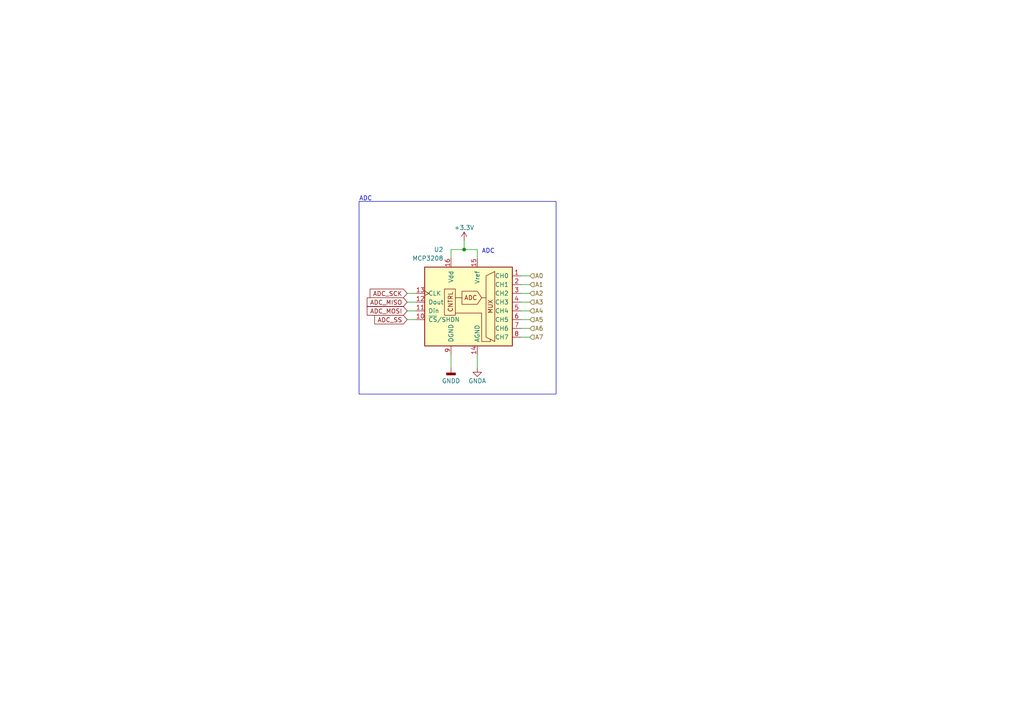
<source format=kicad_sch>
(kicad_sch (version 20230121) (generator eeschema)
  (paper "A4")
  (title_block (title "RGB Input Board") (rev "B") (company "github.com/hoeken/yarrboard") (comment 1 "Open Source Hardware"))
  (lib_symbols
    (symbol "Analog_ADC:MCP3208" (pin_names (offset 1.016))
      (property "Reference" "U" (at -5.08 13.335 0))
      (property "Value" "MCP3208" (at -5.08 11.43 0))
      (symbol "MCP3208_0_0"
        (text "ADC" (at -0.635 1.27 0) (effects (font (size 1.27 1.27))))
        (text "CNTRL" (at 5.969 -2.921 900) (effects (font (size 1.27 1.27)) (justify left bottom)))
        (text "MUX" (at -6.35 -1.27 900) (effects (font (size 1.27 1.27))))
      )
      (symbol "MCP3208_0_1"
        (polyline (pts (xy -3.81 1.27) (xy -5.08 1.27)))
        (polyline (pts (xy 1.905 1.27) (xy 3.81 1.27)))
        (polyline (pts (xy -7.62 8.89) (xy -7.62 -11.43) (xy -5.08 -10.16) (xy -5.08 7.62) (xy -7.62 8.89)))
        (polyline (pts (xy 3.81 -3.175) (xy -3.81 -3.175) (xy -3.81 -11.43) (xy -6.35 -11.43) (xy -6.35 -10.795)))
        (polyline (pts (xy 1.905 3.175) (xy 1.905 -0.635) (xy -2.54 -0.635) (xy -3.81 1.27) (xy -2.54 3.175) (xy 1.905 3.175)))
        (rectangle (start 3.81 -3.81) (end 6.985 3.81))
        (rectangle (start 12.7 -12.7) (end -12.7 10.16) (stroke (width 0.254)) (fill (type background)))
      )
      (symbol "MCP3208_1_1"
        (pin input line (at -15.24 7.62 0) (length 2.54) (name "CH0") (number "1"))
        (pin input line (at 15.24 -5.08 180) (length 2.54) (name "~{CS}/SHDN") (number "10"))
        (pin input line (at 15.24 -2.54 180) (length 2.54) (name "Din") (number "11"))
        (pin output line (at 15.24 0 180) (length 2.54) (name "Dout") (number "12"))
        (pin input clock (at 15.24 2.54 180) (length 2.54) (name "CLK") (number "13"))
        (pin power_in line (at -2.54 -15.24 90) (length 2.54) (name "AGND") (number "14"))
        (pin power_in line (at -2.54 12.7 270) (length 2.54) (name "Vref") (number "15"))
        (pin power_in line (at 5.08 12.7 270) (length 2.54) (name "Vdd") (number "16"))
        (pin input line (at -15.24 5.08 0) (length 2.54) (name "CH1") (number "2"))
        (pin input line (at -15.24 2.54 0) (length 2.54) (name "CH2") (number "3"))
        (pin input line (at -15.24 0 0) (length 2.54) (name "CH3") (number "4"))
        (pin input line (at -15.24 -2.54 0) (length 2.54) (name "CH4") (number "5"))
        (pin input line (at -15.24 -5.08 0) (length 2.54) (name "CH5") (number "6"))
        (pin input line (at -15.24 -7.62 0) (length 2.54) (name "CH6") (number "7"))
        (pin input line (at -15.24 -10.16 0) (length 2.54) (name "CH7") (number "8"))
        (pin power_in line (at 5.08 -15.24 90) (length 2.54) (name "DGND") (number "9"))
      )
    )
    (symbol "power:+3.3V" (power) (pin_names (offset 0))
      (property "Value" "+3.3V" (at 0 3.556 0))
      (symbol "+3.3V_0_1"
        (polyline (pts (xy -0.762 1.27) (xy 0 2.54)))
        (polyline (pts (xy 0 0) (xy 0 2.54)))
        (polyline (pts (xy 0 2.54) (xy 0.762 1.27)))
      )
      (symbol "+3.3V_1_1"
        (pin power_in line (at 0 0 90) (length 0) hide (name "+3.3V") (number "1"))
      )
    )
    (symbol "power:GNDA" (power) (pin_names (offset 0))
      (property "Value" "GNDA" (at 0 -3.81 0))
      (symbol "GNDA_0_1"
        (polyline (pts (xy 0 0) (xy 0 -1.27) (xy 1.27 -1.27) (xy 0 -2.54) (xy -1.27 -1.27) (xy 0 -1.27)))
      )
      (symbol "GNDA_1_1"
        (pin power_in line (at 0 0 270) (length 0) hide (name "GNDA") (number "1"))
      )
    )
    (symbol "power:GNDD" (power) (pin_names (offset 0))
      (property "Value" "GNDD" (at 0 -3.175 0))
      (symbol "GNDD_0_1"
        (rectangle (start -1.27 -1.524) (end 1.27 -2.032) (stroke (width 0.254)) (fill (type outline)))
        (polyline (pts (xy 0 0) (xy 0 -1.524)))
      )
      (symbol "GNDD_1_1"
        (pin power_in line (at 0 0 270) (length 0) hide (name "GNDD") (number "1"))
      )
    )
  )
  (junction (at 134.62 72.39))
  (wire (pts (xy 118.11 85.09) (xy 120.65 85.09)))
  (wire (pts (xy 151.13 90.17) (xy 153.67 90.17)))
  (wire (pts (xy 138.43 102.87) (xy 138.43 106.68)))
  (wire (pts (xy 118.11 87.63) (xy 120.65 87.63)))
  (wire (pts (xy 118.11 90.17) (xy 120.65 90.17)))
  (wire (pts (xy 151.13 87.63) (xy 153.67 87.63)))
  (wire (pts (xy 130.81 102.87) (xy 130.81 106.68)))
  (wire (pts (xy 151.13 92.71) (xy 153.67 92.71)))
  (wire (pts (xy 151.13 95.25) (xy 153.67 95.25)))
  (wire (pts (xy 151.13 82.55) (xy 153.67 82.55)))
  (wire (pts (xy 138.43 72.39) (xy 138.43 74.93)))
  (wire (pts (xy 130.81 72.39) (xy 130.81 74.93)))
  (wire (pts (xy 151.13 80.01) (xy 153.67 80.01)))
  (wire (pts (xy 118.11 92.71) (xy 120.65 92.71)))
  (wire (pts (xy 134.62 69.85) (xy 134.62 72.39)))
  (wire (pts (xy 134.62 72.39) (xy 138.43 72.39)))
  (wire (pts (xy 130.81 72.39) (xy 134.62 72.39)))
  (wire (pts (xy 151.13 85.09) (xy 153.67 85.09)))
  (wire (pts (xy 151.13 97.79) (xy 153.67 97.79)))
  (rectangle (start 104.14 58.42) (end 161.29 114.3))
  (text "ADC\n" (at 104.14 58.42 0) (effects (font (size 1.27 1.27)) (justify left bottom)))
  (text "ADC" (at 139.7 73.66 0) (effects (font (size 1.27 1.27)) (justify left bottom)))
  (global_label "ADC_SCK" (shape input) (at 118.11 85.09 180) (property "Intersheetrefs" "${INTERSHEET_REFS}" (effects hide)))
  (global_label "ADC_MISO" (shape input) (at 118.11 87.63 180) (property "Intersheetrefs" "${INTERSHEET_REFS}" (effects hide)))
  (global_label "ADC_MOSI" (shape input) (at 118.11 90.17 180) (property "Intersheetrefs" "${INTERSHEET_REFS}" (effects hide)))
  (global_label "ADC_SS" (shape input) (at 118.11 92.71 180) (property "Intersheetrefs" "${INTERSHEET_REFS}" (effects hide)))
  (hierarchical_label "A6" (shape input) (at 153.67 95.25 0))
  (hierarchical_label "A5" (shape input) (at 153.67 92.71 0))
  (hierarchical_label "A2" (shape input) (at 153.67 85.09 0))
  (hierarchical_label "A3" (shape input) (at 153.67 87.63 0))
  (hierarchical_label "A7" (shape input) (at 153.67 97.79 0))
  (hierarchical_label "A0" (shape input) (at 153.67 80.01 0))
  (hierarchical_label "A4" (shape input) (at 153.67 90.17 0))
  (hierarchical_label "A1" (shape input) (at 153.67 82.55 0))
  (symbol (lib_id "Analog_ADC:MCP3208") (at 135.89 87.63 0) (mirror y) (unit 1)
    (property "Reference" "U2" (at 128.6159 72.39 0) (effects (justify left)))
    (property "Value" "MCP3208" (at 128.6159 74.93 0) (effects (justify left)))
    (property "Footprint" "Package_SO:SOIC-16_3.9x9.9mm_P1.27mm" (effects hide))
    (property "Datasheet" "http://ww1.microchip.com/downloads/en/DeviceDoc/21298c.pdf" (effects hide))
    (property "Mouser" "579-MCP3208T-BI/SL" (effects hide))
  )
  (symbol (lib_id "power:GNDA") (at 138.43 106.68 0) (unit 1)
    (property "Reference" "#PWR07" (effects hide))
    (property "Value" "GNDA" (at 138.43 110.49 0))
    (instances (project "rgb-input" (path "" (reference "#PWR07") (unit 1)) (path "" (reference "#PWR030") (unit 1))))
  )
  (symbol (lib_id "power:+3.3V") (at 134.62 69.85 0) (unit 1)
    (property "Reference" "#PWR02" (effects hide))
    (property "Value" "+3.3V" (at 134.62 66.04 0))
    (instances (project "rgb-input" (path "" (reference "#PWR02") (unit 1)) (path "" (reference "#PWR028") (unit 1))))
  )
  (symbol (lib_id "power:GNDD") (at 130.81 106.68 0) (unit 1)
    (property "Reference" "#PWR06" (effects hide))
    (property "Value" "GNDD" (at 130.81 110.49 0))
    (instances (project "rgb-input" (path "" (reference "#PWR06") (unit 1)) (path "" (reference "#PWR029") (unit 1))))
  )
)
</source>
